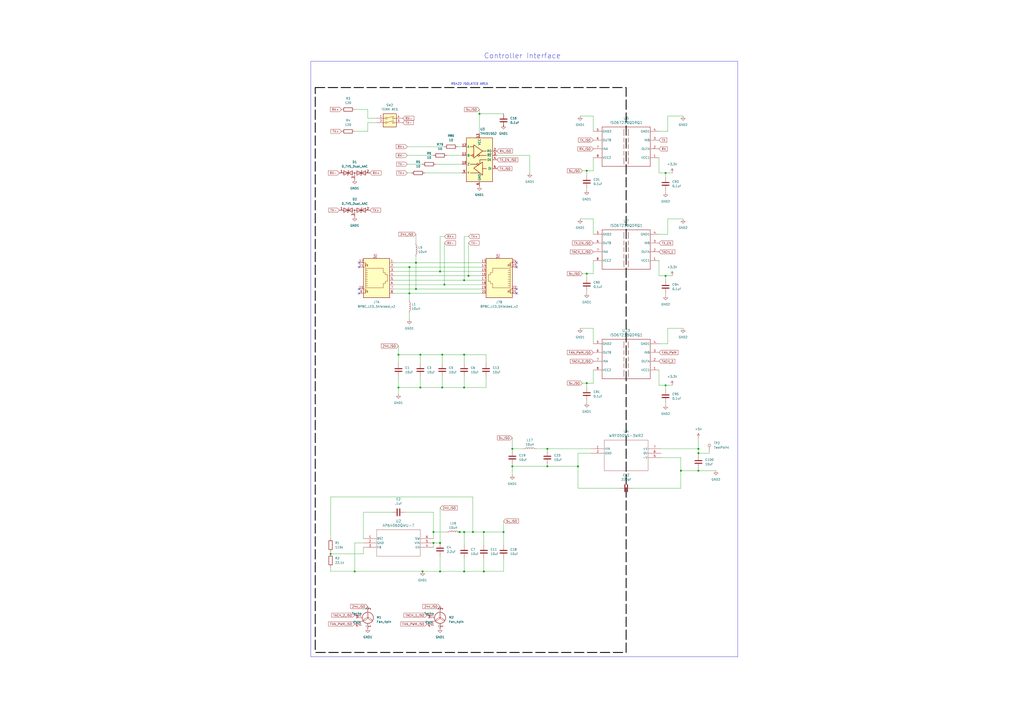
<source format=kicad_sch>
(kicad_sch (version 20231120) (generator "eeschema") (generator_version "8.0")
  (paper "A2")
  (lib_symbols
    (symbol "2023-05-31_00-34-52:ISO6721BQDRQ1" (pin_names (offset 0.254))
      (property "Reference" "U" (at 0 2.54 0))
      (property "Value" "ISO6721BQDRQ1" (at 0 0 0))
      (symbol "ISO6721BQDRQ1_0_1"
        (polyline (pts (xy 5.08 -17.78) (xy 33.02 -17.78)) (stroke (width 0.2032)))
        (polyline (pts (xy 5.08 5.08) (xy 5.08 -17.78)) (stroke (width 0.2032)))
        (polyline (pts (xy 17.78 -12.7) (xy 17.78 -16.51)) (stroke (width 0.2032)))
        (polyline (pts (xy 17.78 -8.89) (xy 17.78 -11.43)) (stroke (width 0.2032)))
        (polyline (pts (xy 17.78 -5.08) (xy 17.78 -7.62)) (stroke (width 0.2032)))
        (polyline (pts (xy 17.78 -1.27) (xy 17.78 -3.81)) (stroke (width 0.2032)))
        (polyline (pts (xy 17.78 3.81) (xy 17.78 0)) (stroke (width 0.2032)))
        (polyline (pts (xy 20.32 -12.7) (xy 20.32 -16.51)) (stroke (width 0.2032)))
        (polyline (pts (xy 20.32 -8.89) (xy 20.32 -11.43)) (stroke (width 0.2032)))
        (polyline (pts (xy 20.32 -5.08) (xy 20.32 -7.62)) (stroke (width 0.2032)))
        (polyline (pts (xy 20.32 -3.81) (xy 20.32 -1.27)) (stroke (width 0.2032)))
        (polyline (pts (xy 20.32 3.81) (xy 20.32 0)) (stroke (width 0.2032)))
        (polyline (pts (xy 33.02 -17.78) (xy 33.02 5.08)) (stroke (width 0.2032)))
        (polyline (pts (xy 33.02 5.08) (xy 5.08 5.08)) (stroke (width 0.2032)))
        (pin power_in line (at 0 0 0) (length 5.08) (name "VCC1") (number "1"))
        (pin output line (at 0 -5.08 0) (length 5.08) (name "OUTA") (number "2"))
        (pin input line (at 0 -10.16 0) (length 5.08) (name "INB") (number "3"))
        (pin power_in line (at 0 -15.24 0) (length 5.08) (name "GND1") (number "4"))
        (pin power_in line (at 38.1 -15.24 180) (length 5.08) (name "GND2") (number "5"))
        (pin output line (at 38.1 -10.16 180) (length 5.08) (name "OUTB") (number "6"))
        (pin input line (at 38.1 -5.08 180) (length 5.08) (name "INA") (number "7"))
        (pin power_in line (at 38.1 0 180) (length 5.08) (name "VCC2") (number "8"))
      )
    )
    (symbol "2023-05-31_19-45-09:AP64060QWU-7" (pin_names (offset 0.254))
      (property "Reference" "U" (at 20.32 10.16 0))
      (property "Value" "AP64060QWU-7" (at 20.32 7.62 0))
      (symbol "AP64060QWU-7_0_1"
        (polyline (pts (xy 7.62 -10.16) (xy 33.02 -10.16)) (stroke (width 0.127)))
        (polyline (pts (xy 7.62 5.08) (xy 7.62 -10.16)) (stroke (width 0.127)))
        (polyline (pts (xy 33.02 -10.16) (xy 33.02 5.08)) (stroke (width 0.127)))
        (polyline (pts (xy 33.02 5.08) (xy 7.62 5.08)) (stroke (width 0.127)))
        (pin unspecified line (at 0 0 0) (length 7.62) (name "BST") (number "1"))
        (pin power_out line (at 0 -2.54 0) (length 7.62) (name "GND") (number "2"))
        (pin unspecified line (at 0 -5.08 0) (length 7.62) (name "FB") (number "3"))
        (pin unspecified line (at 40.64 -5.08 180) (length 7.62) (name "EN") (number "4"))
        (pin unspecified line (at 40.64 -2.54 180) (length 7.62) (name "VIN") (number "5"))
        (pin unspecified line (at 40.64 0 180) (length 7.62) (name "SW") (number "6"))
      )
    )
    (symbol "Connector:8P8C_LED_Shielded_x2"
      (property "Reference" "J" (at -5.08 13.97 0))
      (property "Value" "8P8C_LED_Shielded_x2" (at 1.27 13.97 0))
      (symbol "8P8C_LED_Shielded_x2_0_1"
        (polyline (pts (xy -7.62 -7.62) (xy -6.35 -7.62)))
        (polyline (pts (xy -7.62 -5.08) (xy -6.35 -5.08)))
        (polyline (pts (xy -7.62 7.62) (xy -6.35 7.62)))
        (polyline (pts (xy -7.62 10.16) (xy -6.35 10.16)))
        (polyline (pts (xy -6.858 -5.842) (xy -5.842 -5.842)))
        (polyline (pts (xy -6.858 9.398) (xy -5.842 9.398)))
        (polyline (pts (xy -6.35 -7.62) (xy -6.35 -6.858)))
        (polyline (pts (xy -6.35 -5.08) (xy -6.35 -5.842)))
        (polyline (pts (xy -6.35 7.62) (xy -6.35 8.382)))
        (polyline (pts (xy -6.35 10.16) (xy -6.35 9.398)))
        (polyline (pts (xy -5.08 -6.223) (xy -5.207 -6.604)))
        (polyline (pts (xy -5.08 -5.588) (xy -5.207 -5.969)))
        (polyline (pts (xy -5.08 4.445) (xy -6.35 4.445)))
        (polyline (pts (xy -5.08 5.715) (xy -6.35 5.715)))
        (polyline (pts (xy -5.08 9.017) (xy -5.207 8.636)))
        (polyline (pts (xy -5.08 9.652) (xy -5.207 9.271)))
        (polyline (pts (xy -6.35 -3.175) (xy -5.08 -3.175) (xy -5.08 -3.175)))
        (polyline (pts (xy -6.35 -1.905) (xy -5.08 -1.905) (xy -5.08 -1.905)))
        (polyline (pts (xy -6.35 -0.635) (xy -5.08 -0.635) (xy -5.08 -0.635)))
        (polyline (pts (xy -6.35 0.635) (xy -5.08 0.635) (xy -5.08 0.635)))
        (polyline (pts (xy -6.35 1.905) (xy -5.08 1.905) (xy -5.08 1.905)))
        (polyline (pts (xy -5.588 -6.731) (xy -5.08 -6.223) (xy -5.461 -6.35)))
        (polyline (pts (xy -5.588 -6.096) (xy -5.08 -5.588) (xy -5.461 -5.715)))
        (polyline (pts (xy -5.588 8.509) (xy -5.08 9.017) (xy -5.461 8.89)))
        (polyline (pts (xy -5.588 9.144) (xy -5.08 9.652) (xy -5.461 9.525)))
        (polyline (pts (xy -5.08 3.175) (xy -6.35 3.175) (xy -6.35 3.175)))
        (polyline (pts (xy -6.35 -5.842) (xy -6.858 -6.858) (xy -5.842 -6.858) (xy -6.35 -5.842)))
        (polyline (pts (xy -6.35 9.398) (xy -6.858 8.382) (xy -5.842 8.382) (xy -6.35 9.398)))
        (polyline (pts (xy -6.35 -4.445) (xy -6.35 6.985) (xy 3.81 6.985) (xy 3.81 4.445) (xy 5.08 4.445) (xy 5.08 3.175) (xy 6.35 3.175) (xy 6.35 -0.635) (xy 5.08 -0.635) (xy 5.08 -1.905) (xy 3.81 -1.905) (xy 3.81 -4.445) (xy -6.35 -4.445) (xy -6.35 -4.445)))
        (rectangle (start 7.62 12.7) (end -7.62 -10.16) (stroke (width 0.254)) (fill (type background)))
      )
      (symbol "8P8C_LED_Shielded_x2_1_1"
        (pin passive line (at 10.16 -7.62 180) (length 2.54) (name "~") (number "1"))
        (pin passive line (at -10.16 7.62 0) (length 2.54) (name "~") (number "10"))
        (pin passive line (at -10.16 -5.08 0) (length 2.54) (name "~") (number "11"))
        (pin passive line (at -10.16 -7.62 0) (length 2.54) (name "~") (number "12"))
        (pin passive line (at 10.16 -5.08 180) (length 2.54) (name "~") (number "2"))
        (pin passive line (at 10.16 -2.54 180) (length 2.54) (name "~") (number "3"))
        (pin passive line (at 10.16 0 180) (length 2.54) (name "~") (number "4"))
        (pin passive line (at 10.16 2.54 180) (length 2.54) (name "~") (number "5"))
        (pin passive line (at 10.16 5.08 180) (length 2.54) (name "~") (number "6"))
        (pin passive line (at 10.16 7.62 180) (length 2.54) (name "~") (number "7"))
        (pin passive line (at 10.16 10.16 180) (length 2.54) (name "~") (number "8"))
        (pin passive line (at -10.16 10.16 0) (length 2.54) (name "~") (number "9"))
        (pin passive line (at 0 -12.7 90) (length 2.54) (name "~") (number "SH"))
      )
      (symbol "8P8C_LED_Shielded_x2_2_1"
        (pin passive line (at 10.16 -7.62 180) (length 2.54) (name "~") (number "13"))
        (pin passive line (at 10.16 -5.08 180) (length 2.54) (name "~") (number "14"))
        (pin passive line (at 10.16 -2.54 180) (length 2.54) (name "~") (number "15"))
        (pin passive line (at 10.16 0 180) (length 2.54) (name "~") (number "16"))
        (pin passive line (at 10.16 2.54 180) (length 2.54) (name "~") (number "17"))
        (pin passive line (at 10.16 5.08 180) (length 2.54) (name "~") (number "18"))
        (pin passive line (at 10.16 7.62 180) (length 2.54) (name "~") (number "19"))
        (pin passive line (at 10.16 10.16 180) (length 2.54) (name "~") (number "20"))
        (pin passive line (at -10.16 10.16 0) (length 2.54) (name "~") (number "21"))
        (pin passive line (at -10.16 7.62 0) (length 2.54) (name "~") (number "22"))
        (pin passive line (at -10.16 -5.08 0) (length 2.54) (name "~") (number "23"))
        (pin passive line (at -10.16 -7.62 0) (length 2.54) (name "~") (number "24"))
        (pin passive line (at 0 -12.7 90) (length 2.54) (name "~") (number "SH"))
      )
    )
    (symbol "Connector:TestPoint" (pin_numbers hide) (pin_names (offset 0.762) hide)
      (property "Reference" "TP" (at 0 6.858 0))
      (property "Value" "TestPoint" (at 0 5.08 0))
      (symbol "TestPoint_0_1"
        (circle (center 0 3.302) (radius 0.762))
      )
      (symbol "TestPoint_1_1"
        (pin passive line (at 0 0 90) (length 2.54) (name "1") (number "1"))
      )
    )
    (symbol "Device:C" (pin_numbers hide) (pin_names (offset 0.254))
      (property "Reference" "C" (at 0.635 2.54 0))
      (property "Value" "C" (at 0.635 -2.54 0))
      (symbol "C_0_1"
        (polyline (pts (xy -2.032 -0.762) (xy 2.032 -0.762)) (stroke (width 0.508)))
        (polyline (pts (xy -2.032 0.762) (xy 2.032 0.762)) (stroke (width 0.508)))
      )
      (symbol "C_1_1"
        (pin passive line (at 0 3.81 270) (length 2.794) (name "~") (number "1"))
        (pin passive line (at 0 -3.81 90) (length 2.794) (name "~") (number "2"))
      )
    )
    (symbol "Device:D_TVS_Dual_AAC" (pin_names (offset 1.016) hide)
      (property "Reference" "D" (at 0 4.445 0))
      (property "Value" "D_TVS_Dual_AAC" (at 0 2.54 0))
      (symbol "D_TVS_Dual_AAC_0_0"
        (polyline (pts (xy 0 -1.27) (xy 0 0)))
      )
      (symbol "D_TVS_Dual_AAC_0_1"
        (polyline (pts (xy -6.35 0) (xy 6.35 0)))
        (polyline (pts (xy -3.302 1.27) (xy -3.81 1.27) (xy -3.81 -1.27) (xy -4.318 -1.27)) (stroke (width 0.254)))
        (polyline (pts (xy 4.318 1.27) (xy 3.81 1.27) (xy 3.81 -1.27) (xy 3.302 -1.27)) (stroke (width 0.254)))
        (polyline (pts (xy -6.35 1.27) (xy -1.27 -1.27) (xy -1.27 1.27) (xy -6.35 -1.27) (xy -6.35 1.27)) (stroke (width 0.254)))
        (polyline (pts (xy 6.35 1.27) (xy 1.27 -1.27) (xy 1.27 1.27) (xy 6.35 -1.27) (xy 6.35 1.27)) (stroke (width 0.254)))
        (circle (center 0 0) (radius 0.254) (fill (type outline)))
      )
      (symbol "D_TVS_Dual_AAC_1_1"
        (pin passive line (at -8.89 0 0) (length 2.54) (name "A1") (number "1"))
        (pin passive line (at 8.89 0 180) (length 2.54) (name "A2") (number "2"))
        (pin input line (at 0 -3.81 90) (length 2.54) (name "common") (number "3"))
      )
    )
    (symbol "Device:L" (pin_numbers hide) (pin_names (offset 1.016) hide)
      (property "Reference" "L" (at -1.27 0 90))
      (property "Value" "L" (at 1.905 0 90))
      (symbol "L_0_1"
        (arc (start 0 -2.54) (mid 0.6323 -1.905) (end 0 -1.27))
        (arc (start 0 -1.27) (mid 0.6323 -0.635) (end 0 0))
        (arc (start 0 0) (mid 0.6323 0.635) (end 0 1.27))
        (arc (start 0 1.27) (mid 0.6323 1.905) (end 0 2.54))
      )
      (symbol "L_1_1"
        (pin passive line (at 0 3.81 270) (length 1.27) (name "1") (number "1"))
        (pin passive line (at 0 -3.81 90) (length 1.27) (name "2") (number "2"))
      )
    )
    (symbol "Device:R" (pin_numbers hide) (pin_names (offset 0))
      (property "Reference" "R" (at 2.032 0 90))
      (property "Value" "R" (at 0 0 90))
      (symbol "R_0_1"
        (rectangle (start -1.016 -2.54) (end 1.016 2.54) (stroke (width 0.254)))
      )
      (symbol "R_1_1"
        (pin passive line (at 0 3.81 270) (length 1.27) (name "~") (number "1"))
        (pin passive line (at 0 -3.81 90) (length 1.27) (name "~") (number "2"))
      )
    )
    (symbol "F0505S DC-DC:F0505S" (pin_names (offset 0.254))
      (property "Reference" "U7" (at 20.32 10.16 0))
      (property "Value" "WRF0505S-3WR2" (at 20.32 7.62 0))
      (symbol "F0505S_0_1"
        (polyline (pts (xy 7.62 -12.7) (xy 33.02 -12.7)) (stroke (width 0.127)))
        (polyline (pts (xy 7.62 5.08) (xy 7.62 -12.7)) (stroke (width 0.127)))
        (polyline (pts (xy 33.02 -12.7) (xy 33.02 5.08)) (stroke (width 0.127)))
        (polyline (pts (xy 33.02 5.08) (xy 7.62 5.08)) (stroke (width 0.127)))
      )
      (symbol "F0505S_1_1"
        (pin power_in line (at 0 0 0) (length 7.62) (name "VIN") (number "1"))
        (pin power_in line (at 0 -2.54 0) (length 7.62) (name "GND") (number "2"))
        (pin power_out line (at 40.64 -5.08 180) (length 7.62) (name "-V") (number "5"))
        (pin power_out line (at 40.64 -2.54 180) (length 7.62) (name "0V") (number "6"))
        (pin power_out line (at 40.64 0 180) (length 7.62) (name "+V") (number "7"))
      )
    )
    (symbol "Interface_UART:ADM1491EBR"
      (property "Reference" "U" (at -7.62 16.51 0))
      (property "Value" "ADM1491EBR" (at -11.43 -13.97 0))
      (symbol "ADM1491EBR_0_1"
        (rectangle (start -7.62 12.7) (end 7.62 -12.7) (stroke (width 0.254)) (fill (type background)))
        (polyline (pts (xy -4.064 2.54) (xy 0 2.54)) (stroke (width 0.254)))
        (polyline (pts (xy -1.778 -5.08) (xy -4.064 -5.08)) (stroke (width 0.254)))
        (polyline (pts (xy -1.778 5.08) (xy -4.064 5.08)) (stroke (width 0.254)))
        (polyline (pts (xy 0 -7.62) (xy 5.334 -7.62)) (stroke (width 0.254)))
        (polyline (pts (xy 1.524 -2.54) (xy 5.334 -2.54)) (stroke (width 0.254)))
        (polyline (pts (xy 3.302 7.62) (xy 5.334 7.62)) (stroke (width 0.254)))
        (polyline (pts (xy 4.318 2.54) (xy 5.334 2.54)) (stroke (width 0.254)))
        (polyline (pts (xy -4.064 0) (xy -0.254 0) (xy -0.254 -2.286)) (stroke (width 0.254)))
        (polyline (pts (xy -1.778 -5.08) (xy -1.778 -1.27) (xy 3.302 -4.826) (xy -1.778 -8.89) (xy -1.778 -5.08)) (stroke (width 0.254)))
        (circle (center 1.016 -2.54) (radius 0.508) (stroke (width 0.254)))
      )
      (symbol "ADM1491EBR_1_1"
        (polyline (pts (xy 3.302 4.826) (xy 3.302 8.636) (xy -1.778 5.08) (xy 3.302 1.016) (xy 3.302 4.826)) (stroke (width 0.254)))
        (circle (center 0.508 2.54) (radius 0.508) (stroke (width 0.254)))
        (circle (center 3.81 2.54) (radius 0.508) (stroke (width 0.254)))
        (pin no_connect line (at -7.62 -10.16 0) (length 2.54) hide (name "NC") (number "1"))
        (pin output line (at 10.16 -2.54 180) (length 2.54) (name "Z") (number "10"))
        (pin input line (at 10.16 2.54 180) (length 2.54) (name "B") (number "11"))
        (pin input line (at 10.16 7.62 180) (length 2.54) (name "A") (number "12"))
        (pin power_in line (at 0 15.24 270) (length 2.54) (name "VCC") (number "13"))
        (pin passive line (at 0 15.24 270) (length 2.54) hide (name "VCC") (number "14"))
        (pin output line (at -10.16 5.08 0) (length 2.54) (name "RO") (number "2"))
        (pin input line (at -10.16 2.54 0) (length 2.54) (name "~{RE}") (number "3"))
        (pin input line (at -10.16 0 0) (length 2.54) (name "DE") (number "4"))
        (pin input line (at -10.16 -5.08 0) (length 2.54) (name "DI") (number "5"))
        (pin power_in line (at 0 -15.24 90) (length 2.54) (name "GND") (number "6"))
        (pin passive line (at 0 -15.24 90) (length 2.54) hide (name "GND") (number "7"))
        (pin no_connect line (at -7.62 -7.62 0) (length 2.54) hide (name "NC") (number "8"))
        (pin output line (at 10.16 -7.62 180) (length 2.54) (name "Y") (number "9"))
      )
    )
    (symbol "Motor:Fan_4pin" (pin_names (offset 0))
      (property "Reference" "M" (at 2.54 5.08 0))
      (property "Value" "Fan_4pin" (at 2.54 -2.54 0))
      (symbol "Fan_4pin_0_0"
        (arc (start -5.588 1.524) (mid -5.08 1.0182) (end -4.572 1.524))
        (arc (start -5.08 2.032) (mid -5.4392 1.8832) (end -5.588 1.524))
        (polyline (pts (xy -5.08 2.032) (xy -5.334 2.159)))
        (polyline (pts (xy -5.08 2.032) (xy -5.207 1.778)))
        (polyline (pts (xy -4.064 2.54) (xy -4.064 1.016) (xy -3.302 1.016)))
      )
      (symbol "Fan_4pin_0_1"
        (arc (start -2.54 -0.508) (mid 0.0028 0.9121) (end 0 3.81))
        (polyline (pts (xy -4.064 2.54) (xy -5.08 2.54)))
        (polyline (pts (xy 0 -5.08) (xy 0 -4.572)))
        (polyline (pts (xy 0 -2.2352) (xy 0 -2.6416)))
        (polyline (pts (xy 0 4.2672) (xy 0 4.6228)))
        (polyline (pts (xy 0 4.572) (xy 0 5.08)))
        (polyline (pts (xy -2.54 -1.016) (xy -4.064 -1.016) (xy -4.064 -2.54) (xy -5.08 -2.54)))
        (polyline (pts (xy -5.334 -3.302) (xy -5.08 -3.302) (xy -5.08 -3.048) (xy -4.826 -3.048) (xy -4.826 -3.302) (xy -4.318 -3.302) (xy -4.318 -3.048) (xy -4.064 -3.048) (xy -4.064 -3.302) (xy -3.556 -3.302)))
        (circle (center 0 1.016) (radius 3.2512) (stroke (width 0.254)))
        (arc (start 0 3.81) (mid 0.053 0.921) (end 2.54 -0.508))
        (arc (start 2.54 -0.508) (mid 0 1.0618) (end -2.54 -0.508))
      )
      (symbol "Fan_4pin_1_1"
        (pin passive line (at 0 -5.08 90) (length 2.54) (name "-") (number "1"))
        (pin passive line (at 0 7.62 270) (length 2.54) (name "+") (number "2"))
        (pin passive line (at -7.62 2.54 0) (length 2.54) (name "Tacho") (number "3"))
        (pin input line (at -7.62 -2.54 0) (length 2.54) (name "PWM") (number "4"))
      )
    )
    (symbol "Switch:SW_DIP_x02" (pin_names (offset 0) hide)
      (property "Reference" "SW" (at 0 6.35 0))
      (property "Value" "SW_DIP_x02" (at 0 -3.81 0))
      (symbol "SW_DIP_x02_0_0"
        (circle (center -2.032 0) (radius 0.508))
        (circle (center -2.032 2.54) (radius 0.508))
        (polyline (pts (xy -1.524 0.127) (xy 2.3622 1.1684)))
        (polyline (pts (xy -1.524 2.667) (xy 2.3622 3.7084)))
        (circle (center 2.032 0) (radius 0.508))
        (circle (center 2.032 2.54) (radius 0.508))
      )
      (symbol "SW_DIP_x02_0_1"
        (rectangle (start -3.81 5.08) (end 3.81 -2.54) (stroke (width 0.254)) (fill (type background)))
      )
      (symbol "SW_DIP_x02_1_1"
        (pin passive line (at -7.62 2.54 0) (length 5.08) (name "~") (number "1"))
        (pin passive line (at -7.62 0 0) (length 5.08) (name "~") (number "2"))
        (pin passive line (at 7.62 0 180) (length 5.08) (name "~") (number "3"))
        (pin passive line (at 7.62 2.54 180) (length 5.08) (name "~") (number "4"))
      )
    )
    (symbol "power:+3.3V" (power) (pin_names (offset 0))
      (property "Value" "+3.3V" (at 0 3.556 0))
      (symbol "+3.3V_0_1"
        (polyline (pts (xy -0.762 1.27) (xy 0 2.54)))
        (polyline (pts (xy 0 0) (xy 0 2.54)))
        (polyline (pts (xy 0 2.54) (xy 0.762 1.27)))
      )
      (symbol "+3.3V_1_1"
        (pin power_in line (at 0 0 90) (length 0) hide (name "+3.3V") (number "1"))
      )
    )
    (symbol "power:+5V" (power) (pin_names (offset 0))
      (property "Value" "+5V" (at 0 3.556 0))
      (symbol "+5V_0_1"
        (polyline (pts (xy -0.762 1.27) (xy 0 2.54)))
        (polyline (pts (xy 0 0) (xy 0 2.54)))
        (polyline (pts (xy 0 2.54) (xy 0.762 1.27)))
      )
      (symbol "+5V_1_1"
        (pin power_in line (at 0 0 90) (length 0) hide (name "+5V") (number "1"))
      )
    )
    (symbol "power:GND1" (power) (pin_names (offset 0))
      (property "Value" "GND1" (at 0 -3.81 0))
      (symbol "GND1_0_1"
        (polyline (pts (xy 0 0) (xy 0 -1.27) (xy 1.27 -1.27) (xy 0 -2.54) (xy -1.27 -1.27) (xy 0 -1.27)))
      )
      (symbol "GND1_1_1"
        (pin power_in line (at 0 0 270) (length 0) hide (name "GND1") (number "1"))
      )
    )
    (symbol "power:GND2" (power) (pin_names (offset 0))
      (property "Value" "GND2" (at 0 -3.81 0))
      (symbol "GND2_0_1"
        (polyline (pts (xy 0 0) (xy 0 -1.27) (xy 1.27 -1.27) (xy 0 -2.54) (xy -1.27 -1.27) (xy 0 -1.27)))
      )
      (symbol "GND2_1_1"
        (pin power_in line (at 0 0 270) (length 0) hide (name "GND2") (number "1"))
      )
    )
  )
  (junction (at 231.14 224.79))
  (junction (at 335.28 270.51))
  (junction (at 256.54 205.74))
  (junction (at 269.24 308.61))
  (junction (at 386.08 160.02))
  (junction (at 405.13 273.05))
  (junction (at 257.81 165.1))
  (junction (at 255.27 314.96))
  (junction (at 405.13 262.89))
  (junction (at 237.49 170.18))
  (junction (at 241.3 167.64))
  (junction (at 405.13 260.35))
  (junction (at 297.18 270.51))
  (junction (at 271.78 160.02))
  (junction (at 317.5 270.51))
  (junction (at 251.46 308.61))
  (junction (at 269.24 162.56))
  (junction (at 266.7 308.61))
  (junction (at 255.27 331.47))
  (junction (at 292.1 308.61))
  (junction (at 269.24 224.79))
  (junction (at 274.32 308.61))
  (junction (at 280.67 331.47))
  (junction (at 340.36 222.25))
  (junction (at 386.08 100.33))
  (junction (at 256.54 224.79))
  (junction (at 231.14 205.74))
  (junction (at 394.97 273.05))
  (junction (at 269.24 205.74))
  (junction (at 317.5 260.35))
  (junction (at 340.36 99.06))
  (junction (at 251.46 314.96))
  (junction (at 241.3 152.4))
  (junction (at 386.08 223.52))
  (junction (at 245.11 331.47))
  (junction (at 243.84 205.74))
  (junction (at 340.36 158.75))
  (junction (at 255.27 157.48))
  (junction (at 269.24 331.47))
  (junction (at 237.49 154.94))
  (junction (at 280.67 308.61))
  (junction (at 191.77 321.31))
  (junction (at 297.18 260.35))
  (junction (at 278.13 66.04))
  (junction (at 243.84 224.79))
  (junction (at 205.74 331.47))
  (no_connect (at 208.28 152.4))
  (no_connect (at 299.72 152.4))
  (no_connect (at 299.72 167.64))
  (no_connect (at 208.28 170.18))
  (no_connect (at 299.72 154.94))
  (no_connect (at 299.72 170.18))
  (no_connect (at 208.28 154.94))
  (no_connect (at 208.28 167.64))
  (wire (pts (xy 386.08 110.49) (xy 386.08 111.76)))
  (wire (pts (xy 394.97 283.21) (xy 394.97 273.05)))
  (wire (pts (xy 274.32 288.29) (xy 274.32 308.61)))
  (wire (pts (xy 389.89 100.33) (xy 386.08 100.33)))
  (wire (pts (xy 280.67 308.61) (xy 280.67 316.23)))
  (wire (pts (xy 387.35 76.2) (xy 387.35 67.31)))
  (wire (pts (xy 317.5 260.35) (xy 342.9 260.35)))
  (wire (pts (xy 237.49 170.18) (xy 237.49 173.99)))
  (wire (pts (xy 267.97 85.09) (xy 265.43 85.09)))
  (wire (pts (xy 231.14 218.44) (xy 231.14 224.79)))
  (wire (pts (xy 386.08 233.68) (xy 386.08 234.95)))
  (wire (pts (xy 241.3 148.59) (xy 241.3 152.4)))
  (wire (pts (xy 267.97 95.25) (xy 252.73 95.25)))
  (wire (pts (xy 292.1 72.39) (xy 292.1 73.66)))
  (wire (pts (xy 205.74 63.5) (xy 213.36 63.5)))
  (wire (pts (xy 383.54 260.35) (xy 405.13 260.35)))
  (wire (pts (xy 251.46 297.18) (xy 234.95 297.18)))
  (wire (pts (xy 297.18 270.51) (xy 317.5 270.51)))
  (wire (pts (xy 382.27 223.52) (xy 382.27 214.63)))
  (wire (pts (xy 344.17 222.25) (xy 340.36 222.25)))
  (wire (pts (xy 405.13 262.89) (xy 405.13 264.16)))
  (wire (pts (xy 231.14 228.6) (xy 231.14 224.79)))
  (wire (pts (xy 344.17 127) (xy 344.17 135.89)))
  (wire (pts (xy 255.27 322.58) (xy 255.27 331.47)))
  (wire (pts (xy 292.1 302.26) (xy 292.1 308.61)))
  (wire (pts (xy 344.17 99.06) (xy 340.36 99.06)))
  (wire (pts (xy 228.6 157.48) (xy 255.27 157.48)))
  (wire (pts (xy 386.08 160.02) (xy 382.27 160.02)))
  (wire (pts (xy 243.84 218.44) (xy 243.84 224.79)))
  (wire (pts (xy 340.36 168.91) (xy 340.36 170.18)))
  (wire (pts (xy 411.48 262.89) (xy 405.13 262.89)))
  (wire (pts (xy 297.18 260.35) (xy 303.53 260.35)))
  (wire (pts (xy 228.6 154.94) (xy 237.49 154.94)))
  (wire (pts (xy 231.14 210.82) (xy 231.14 205.74)))
  (wire (pts (xy 205.74 314.96) (xy 205.74 331.47)))
  (wire (pts (xy 243.84 205.74) (xy 243.84 210.82)))
  (wire (pts (xy 307.34 100.33) (xy 307.34 90.17)))
  (wire (pts (xy 387.35 190.5) (xy 396.24 190.5)))
  (wire (pts (xy 191.77 331.47) (xy 205.74 331.47)))
  (wire (pts (xy 386.08 100.33) (xy 386.08 102.87)))
  (wire (pts (xy 236.22 95.25) (xy 245.11 95.25)))
  (wire (pts (xy 205.74 76.2) (xy 213.36 76.2)))
  (wire (pts (xy 191.77 312.42) (xy 191.77 288.29)))
  (wire (pts (xy 269.24 224.79) (xy 256.54 224.79)))
  (wire (pts (xy 213.36 71.12) (xy 218.44 71.12)))
  (wire (pts (xy 382.27 76.2) (xy 387.35 76.2)))
  (wire (pts (xy 256.54 205.74) (xy 256.54 210.82)))
  (wire (pts (xy 271.78 140.97) (xy 271.78 160.02)))
  (wire (pts (xy 411.48 261.62) (xy 411.48 262.89)))
  (wire (pts (xy 335.28 262.89) (xy 335.28 270.51)))
  (wire (pts (xy 269.24 308.61) (xy 269.24 316.23)))
  (wire (pts (xy 359.41 283.21) (xy 335.28 283.21)))
  (wire (pts (xy 269.24 205.74) (xy 269.24 210.82)))
  (wire (pts (xy 256.54 224.79) (xy 256.54 218.44)))
  (wire (pts (xy 307.34 90.17) (xy 288.29 90.17)))
  (wire (pts (xy 340.36 222.25) (xy 337.82 222.25)))
  (wire (pts (xy 382.27 160.02) (xy 382.27 151.13)))
  (wire (pts (xy 241.3 152.4) (xy 241.3 167.64)))
  (wire (pts (xy 405.13 254) (xy 405.13 260.35)))
  (wire (pts (xy 281.94 210.82) (xy 281.94 205.74)))
  (wire (pts (xy 251.46 308.61) (xy 251.46 297.18)))
  (wire (pts (xy 394.97 265.43) (xy 394.97 273.05)))
  (wire (pts (xy 191.77 320.04) (xy 191.77 321.31)))
  (wire (pts (xy 297.18 275.59) (xy 297.18 270.51)))
  (wire (pts (xy 205.74 331.47) (xy 245.11 331.47)))
  (wire (pts (xy 257.81 140.97) (xy 257.81 165.1)))
  (wire (pts (xy 274.32 308.61) (xy 280.67 308.61)))
  (wire (pts (xy 191.77 288.29) (xy 274.32 288.29)))
  (wire (pts (xy 243.84 224.79) (xy 256.54 224.79)))
  (wire (pts (xy 265.43 308.61) (xy 266.7 308.61)))
  (wire (pts (xy 387.35 199.39) (xy 387.35 190.5)))
  (wire (pts (xy 269.24 205.74) (xy 256.54 205.74)))
  (wire (pts (xy 336.55 190.5) (xy 344.17 190.5)))
  (wire (pts (xy 405.13 273.05) (xy 415.29 273.05)))
  (wire (pts (xy 344.17 158.75) (xy 340.36 158.75)))
  (wire (pts (xy 237.49 154.94) (xy 279.4 154.94)))
  (wire (pts (xy 387.35 127) (xy 396.24 127)))
  (wire (pts (xy 292.1 308.61) (xy 280.67 308.61)))
  (wire (pts (xy 336.55 67.31) (xy 344.17 67.31)))
  (wire (pts (xy 251.46 308.61) (xy 259.08 308.61)))
  (wire (pts (xy 269.24 137.16) (xy 269.24 162.56)))
  (wire (pts (xy 269.24 162.56) (xy 279.4 162.56)))
  (wire (pts (xy 386.08 223.52) (xy 382.27 223.52)))
  (wire (pts (xy 231.14 200.66) (xy 231.14 205.74)))
  (wire (pts (xy 257.81 165.1) (xy 279.4 165.1)))
  (wire (pts (xy 292.1 323.85) (xy 292.1 331.47)))
  (wire (pts (xy 387.35 135.89) (xy 387.35 127)))
  (wire (pts (xy 340.36 99.06) (xy 337.82 99.06)))
  (wire (pts (xy 317.5 270.51) (xy 335.28 270.51)))
  (wire (pts (xy 271.78 137.16) (xy 269.24 137.16)))
  (wire (pts (xy 269.24 308.61) (xy 274.32 308.61)))
  (wire (pts (xy 317.5 269.24) (xy 317.5 270.51)))
  (wire (pts (xy 228.6 162.56) (xy 269.24 162.56)))
  (wire (pts (xy 255.27 294.64) (xy 255.27 314.96)))
  (wire (pts (xy 228.6 170.18) (xy 237.49 170.18)))
  (wire (pts (xy 228.6 165.1) (xy 257.81 165.1)))
  (wire (pts (xy 405.13 271.78) (xy 405.13 273.05)))
  (wire (pts (xy 311.15 260.35) (xy 317.5 260.35)))
  (wire (pts (xy 228.6 167.64) (xy 241.3 167.64)))
  (wire (pts (xy 340.36 222.25) (xy 340.36 224.79)))
  (wire (pts (xy 281.94 218.44) (xy 281.94 224.79)))
  (wire (pts (xy 237.49 170.18) (xy 279.4 170.18)))
  (wire (pts (xy 382.27 199.39) (xy 387.35 199.39)))
  (wire (pts (xy 389.89 223.52) (xy 386.08 223.52)))
  (wire (pts (xy 228.6 152.4) (xy 241.3 152.4)))
  (wire (pts (xy 386.08 100.33) (xy 382.27 100.33)))
  (wire (pts (xy 269.24 218.44) (xy 269.24 224.79)))
  (wire (pts (xy 243.84 205.74) (xy 256.54 205.74)))
  (wire (pts (xy 267.97 100.33) (xy 246.38 100.33)))
  (wire (pts (xy 340.36 109.22) (xy 340.36 110.49)))
  (wire (pts (xy 210.82 317.5) (xy 210.82 321.31)))
  (wire (pts (xy 257.81 137.16) (xy 255.27 137.16)))
  (wire (pts (xy 213.36 76.2) (xy 213.36 71.12)))
  (wire (pts (xy 386.08 223.52) (xy 386.08 226.06)))
  (wire (pts (xy 210.82 312.42) (xy 210.82 297.18)))
  (wire (pts (xy 213.36 63.5) (xy 213.36 68.58)))
  (wire (pts (xy 340.36 99.06) (xy 340.36 101.6)))
  (wire (pts (xy 297.18 260.35) (xy 297.18 261.62)))
  (wire (pts (xy 278.13 63.5) (xy 278.13 66.04)))
  (wire (pts (xy 191.77 328.93) (xy 191.77 331.47)))
  (wire (pts (xy 335.28 262.89) (xy 342.9 262.89)))
  (wire (pts (xy 271.78 160.02) (xy 279.4 160.02)))
  (wire (pts (xy 335.28 283.21) (xy 335.28 270.51)))
  (wire (pts (xy 297.18 269.24) (xy 297.18 270.51)))
  (wire (pts (xy 344.17 151.13) (xy 344.17 158.75)))
  (wire (pts (xy 269.24 323.85) (xy 269.24 331.47)))
  (wire (pts (xy 231.14 205.74) (xy 243.84 205.74)))
  (wire (pts (xy 292.1 66.04) (xy 278.13 66.04)))
  (wire (pts (xy 251.46 314.96) (xy 255.27 314.96)))
  (wire (pts (xy 344.17 214.63) (xy 344.17 222.25)))
  (wire (pts (xy 251.46 312.42) (xy 251.46 308.61)))
  (wire (pts (xy 255.27 331.47) (xy 269.24 331.47)))
  (wire (pts (xy 382.27 100.33) (xy 382.27 91.44)))
  (wire (pts (xy 267.97 90.17) (xy 259.08 90.17)))
  (wire (pts (xy 210.82 321.31) (xy 191.77 321.31)))
  (wire (pts (xy 344.17 91.44) (xy 344.17 99.06)))
  (wire (pts (xy 236.22 100.33) (xy 238.76 100.33)))
  (wire (pts (xy 241.3 152.4) (xy 279.4 152.4)))
  (wire (pts (xy 386.08 160.02) (xy 386.08 162.56)))
  (wire (pts (xy 297.18 260.35) (xy 297.18 254)))
  (wire (pts (xy 280.67 323.85) (xy 280.67 331.47)))
  (wire (pts (xy 317.5 260.35) (xy 317.5 261.62)))
  (wire (pts (xy 210.82 297.18) (xy 227.33 297.18)))
  (wire (pts (xy 387.35 67.31) (xy 396.24 67.31)))
  (wire (pts (xy 237.49 154.94) (xy 237.49 170.18)))
  (wire (pts (xy 382.27 135.89) (xy 387.35 135.89)))
  (wire (pts (xy 389.89 160.02) (xy 386.08 160.02)))
  (wire (pts (xy 394.97 265.43) (xy 383.54 265.43)))
  (wire (pts (xy 281.94 224.79) (xy 269.24 224.79)))
  (wire (pts (xy 231.14 224.79) (xy 243.84 224.79)))
  (wire (pts (xy 251.46 314.96) (xy 251.46 317.5)))
  (wire (pts (xy 241.3 167.64) (xy 279.4 167.64)))
  (wire (pts (xy 344.17 67.31) (xy 344.17 76.2)))
  (wire (pts (xy 336.55 127) (xy 344.17 127)))
  (wire (pts (xy 236.22 85.09) (xy 257.81 85.09)))
  (wire (pts (xy 269.24 331.47) (xy 280.67 331.47)))
  (wire (pts (xy 292.1 308.61) (xy 292.1 316.23)))
  (wire (pts (xy 213.36 68.58) (xy 218.44 68.58)))
  (wire (pts (xy 228.6 160.02) (xy 271.78 160.02)))
  (wire (pts (xy 386.08 170.18) (xy 386.08 171.45)))
  (wire (pts (xy 292.1 331.47) (xy 280.67 331.47)))
  (wire (pts (xy 344.17 190.5) (xy 344.17 199.39)))
  (wire (pts (xy 245.11 331.47) (xy 255.27 331.47)))
  (wire (pts (xy 237.49 181.61) (xy 237.49 185.42)))
  (wire (pts (xy 255.27 137.16) (xy 255.27 157.48)))
  (wire (pts (xy 281.94 205.74) (xy 269.24 205.74)))
  (wire (pts (xy 405.13 260.35) (xy 405.13 262.89)))
  (wire (pts (xy 266.7 308.61) (xy 269.24 308.61)))
  (wire (pts (xy 340.36 158.75) (xy 340.36 161.29)))
  (wire (pts (xy 255.27 157.48) (xy 279.4 157.48)))
  (wire (pts (xy 367.03 283.21) (xy 394.97 283.21)))
  (wire (pts (xy 241.3 135.89) (xy 241.3 140.97)))
  (wire (pts (xy 278.13 66.04) (xy 278.13 77.47)))
  (wire (pts (xy 236.22 90.17) (xy 251.46 90.17)))
  (wire (pts (xy 340.36 232.41) (xy 340.36 233.68)))
  (wire (pts (xy 394.97 273.05) (xy 405.13 273.05)))
  (wire (pts (xy 210.82 314.96) (xy 205.74 314.96)))
  (wire (pts (xy 340.36 158.75) (xy 337.82 158.75)))
  (rectangle (start 182.88 50.8) (end 363.22 378.46) (stroke (width 0.5) (type dash) (color 0 0 0 0.14)))
  (rectangle (start 180.34 35.56) (end 427.99 381))
  (text "RS422 ISOLATED AREA" (at 261.62 49.53 0) (effects (font (size 1.27 1.27)) (justify left bottom)))
  (text "Controller Interface" (at 280.67 34.29 0) (effects (font (size 3 3)) (justify left bottom)))
  (global_label "5v_ISO" (shape input) (at 278.13 63.5 180) (property "Intersheetrefs" "${INTERSHEET_REFS}" (effects (hide yes))))
  (global_label "5v_ISO" (shape input) (at 337.82 158.75 180) (property "Intersheetrefs" "${INTERSHEET_REFS}" (effects (hide yes))))
  (global_label "TX+" (shape input) (at 236.22 100.33 180) (property "Intersheetrefs" "${INTERSHEET_REFS}" (effects (hide yes))))
  (global_label "TX-" (shape input) (at 196.85 121.92 180) (property "Intersheetrefs" "${INTERSHEET_REFS}" (effects (hide yes))))
  (global_label "RX-" (shape input) (at 236.22 90.17 180) (property "Intersheetrefs" "${INTERSHEET_REFS}" (effects (hide yes))))
  (global_label "24V_ISO" (shape input) (at 255.27 351.79 180) (property "Intersheetrefs" "${INTERSHEET_REFS}" (effects (hide yes))))
  (global_label "TX_ISO" (shape input) (at 344.17 81.28 180) (property "Intersheetrefs" "${INTERSHEET_REFS}" (effects (hide yes))))
  (global_label "RX+" (shape input) (at 214.63 100.33 0) (property "Intersheetrefs" "${INTERSHEET_REFS}" (effects (hide yes))))
  (global_label "TACH_2_ISO" (shape input) (at 205.74 356.87 180) (property "Intersheetrefs" "${INTERSHEET_REFS}" (effects (hide yes))))
  (global_label "RX-" (shape input) (at 257.81 140.97 0) (property "Intersheetrefs" "${INTERSHEET_REFS}" (effects (hide yes))))
  (global_label "TX_EN_ISO" (shape input) (at 344.17 140.97 180) (property "Intersheetrefs" "${INTERSHEET_REFS}" (effects (hide yes))))
  (global_label "24V_ISO" (shape input) (at 255.27 294.64 0) (property "Intersheetrefs" "${INTERSHEET_REFS}" (effects (hide yes))))
  (global_label "5v_ISO" (shape input) (at 337.82 222.25 180) (property "Intersheetrefs" "${INTERSHEET_REFS}" (effects (hide yes))))
  (global_label "24V_ISO" (shape input) (at 213.36 351.79 180) (property "Intersheetrefs" "${INTERSHEET_REFS}" (effects (hide yes))))
  (global_label "FAN_PWM_ISO" (shape input) (at 205.74 361.95 180) (property "Intersheetrefs" "${INTERSHEET_REFS}" (effects (hide yes))))
  (global_label "5v_ISO" (shape input) (at 337.82 99.06 180) (property "Intersheetrefs" "${INTERSHEET_REFS}" (effects (hide yes))))
  (global_label "RX-" (shape input) (at 196.85 100.33 180) (property "Intersheetrefs" "${INTERSHEET_REFS}" (effects (hide yes))))
  (global_label "TX" (shape input) (at 382.27 81.28 0) (property "Intersheetrefs" "${INTERSHEET_REFS}" (effects (hide yes))))
  (global_label "5v_ISO" (shape input) (at 297.18 254 180) (property "Intersheetrefs" "${INTERSHEET_REFS}" (effects (hide yes))))
  (global_label "TX+" (shape input) (at 214.63 121.92 0) (property "Intersheetrefs" "${INTERSHEET_REFS}" (effects (hide yes))))
  (global_label "TX+" (shape input) (at 198.12 76.2 180) (property "Intersheetrefs" "${INTERSHEET_REFS}" (effects (hide yes))))
  (global_label "RX_ISO" (shape input) (at 344.17 86.36 180) (property "Intersheetrefs" "${INTERSHEET_REFS}" (effects (hide yes))))
  (global_label "TACH_1_ISO" (shape input) (at 247.65 356.87 180) (property "Intersheetrefs" "${INTERSHEET_REFS}" (effects (hide yes))))
  (global_label "TX-" (shape input) (at 271.78 140.97 0) (property "Intersheetrefs" "${INTERSHEET_REFS}" (effects (hide yes))))
  (global_label "TACH_1" (shape input) (at 382.27 146.05 0) (property "Intersheetrefs" "${INTERSHEET_REFS}" (effects (hide yes))))
  (global_label "RX_ISO" (shape input) (at 288.29 87.63 0) (property "Intersheetrefs" "${INTERSHEET_REFS}" (effects (hide yes))))
  (global_label "TACH_2_ISO" (shape input) (at 344.17 209.55 180) (property "Intersheetrefs" "${INTERSHEET_REFS}" (effects (hide yes))))
  (global_label "RX+" (shape input) (at 236.22 85.09 180) (property "Intersheetrefs" "${INTERSHEET_REFS}" (effects (hide yes))))
  (global_label "TX_EN" (shape input) (at 382.27 140.97 0) (property "Intersheetrefs" "${INTERSHEET_REFS}" (effects (hide yes))))
  (global_label "TACH_1_ISO" (shape input) (at 344.17 146.05 180) (property "Intersheetrefs" "${INTERSHEET_REFS}" (effects (hide yes))))
  (global_label "24V_ISO" (shape input) (at 231.14 200.66 180) (property "Intersheetrefs" "${INTERSHEET_REFS}" (effects (hide yes))))
  (global_label "TX_ISO" (shape input) (at 288.29 97.79 0) (property "Intersheetrefs" "${INTERSHEET_REFS}" (effects (hide yes))))
  (global_label "RX+" (shape input) (at 257.81 137.16 0) (property "Intersheetrefs" "${INTERSHEET_REFS}" (effects (hide yes))))
  (global_label "FAN_PWM_ISO" (shape input) (at 344.17 204.47 180) (property "Intersheetrefs" "${INTERSHEET_REFS}" (effects (hide yes))))
  (global_label "FAN_PWM_ISO" (shape input) (at 247.65 361.95 180) (property "Intersheetrefs" "${INTERSHEET_REFS}" (effects (hide yes))))
  (global_label "TX-" (shape input) (at 233.68 71.12 0) (property "Intersheetrefs" "${INTERSHEET_REFS}" (effects (hide yes))))
  (global_label "5v_ISO" (shape input) (at 292.1 302.26 0) (property "Intersheetrefs" "${INTERSHEET_REFS}" (effects (hide yes))))
  (global_label "TX-" (shape input) (at 236.22 95.25 180) (property "Intersheetrefs" "${INTERSHEET_REFS}" (effects (hide yes))))
  (global_label "FAN_PWM" (shape input) (at 382.27 204.47 0) (property "Intersheetrefs" "${INTERSHEET_REFS}" (effects (hide yes))))
  (global_label "TX+" (shape input) (at 271.78 137.16 0) (property "Intersheetrefs" "${INTERSHEET_REFS}" (effects (hide yes))))
  (global_label "RX-" (shape input) (at 233.68 68.58 0) (property "Intersheetrefs" "${INTERSHEET_REFS}" (effects (hide yes))))
  (global_label "24V_ISO" (shape input) (at 241.3 135.89 180) (property "Intersheetrefs" "${INTERSHEET_REFS}" (effects (hide yes))))
  (global_label "RX" (shape input) (at 382.27 86.36 0) (property "Intersheetrefs" "${INTERSHEET_REFS}" (effects (hide yes))))
  (global_label "TX_EN_ISO" (shape input) (at 288.29 92.71 0) (property "Intersheetrefs" "${INTERSHEET_REFS}" (effects (hide yes))))
  (global_label "RX+" (shape input) (at 198.12 63.5 180) (property "Intersheetrefs" "${INTERSHEET_REFS}" (effects (hide yes))))
  (global_label "TACH_2" (shape input) (at 382.27 209.55 0) (property "Intersheetrefs" "${INTERSHEET_REFS}" (effects (hide yes))))
  (symbol (lib_id "Device:C") (at 231.14 214.63 0) (unit 1)
    (property "Reference" "C1" (at 234.95 213.36 0) (effects (justify left)))
    (property "Value" "10uf" (at 234.95 215.9 0) (effects (justify left)))
    (property "Footprint" "Capacitor_SMD:C_0805_2012Metric" (effects (hide yes)))
  )
  (symbol (lib_id "power:GND1") (at 340.36 170.18 0) (unit 1)
    (property "Reference" "#PWR020" (effects (hide yes)))
    (property "Value" "GND1" (at 340.36 175.26 0))
  )
  (symbol (lib_id "power:GND1") (at 213.36 364.49 0) (unit 1)
    (property "Reference" "#PWR03" (effects (hide yes)))
    (property "Value" "GND1" (at 213.36 369.57 0))
  )
  (symbol (lib_id "Device:R") (at 248.92 95.25 270) (mirror x) (unit 1)
    (property "Reference" "R6" (at 248.92 88.9 90))
    (property "Value" "10" (at 248.92 91.44 90))
    (property "Footprint" "Resistor_SMD:R_0603_1608Metric" (effects (hide yes)))
  )
  (symbol (lib_id "Connector:8P8C_LED_Shielded_x2") (at 289.56 160.02 180) (unit 2)
    (property "Reference" "J7" (at 289.56 175.26 0))
    (property "Value" "8P8C_LED_Shielded_x2" (at 289.56 177.8 0))
    (property "Footprint" "footprints:RJ45_E5908-0T0343-L" (effects (hide yes)))
  )
  (symbol (lib_id "power:GND1") (at 307.34 100.33 0) (mirror y) (unit 1)
    (property "Reference" "#PWR015" (effects (hide yes)))
    (property "Value" "GND1" (at 307.34 105.41 0))
  )
  (symbol (lib_id "F0505S DC-DC:F0505S") (at 342.9 260.35 0) (unit 1)
    (property "Reference" "U4" (at 363.22 250.19 0) (effects (font (size 1.524 1.524))))
    (property "Value" "WRF0505S-3WR2" (at 363.22 252.73 0) (effects (font (size 1.524 1.524))))
    (property "Footprint" "footprints:F0505S-2WR3" (effects (hide yes)))
    (property "Datasheet" "WRF0505S-3WR2" (effects (hide yes)))
  )
  (symbol (lib_id "Switch:SW_DIP_x02") (at 226.06 71.12 0) (unit 1)
    (property "Reference" "SW2" (at 226.06 60.96 0))
    (property "Value" "TERM RES" (at 226.06 63.5 0))
    (property "Footprint" "Package_DIP:DIP-4_W7.62mm" (effects (hide yes)))
  )
  (symbol (lib_id "power:GND1") (at 205.74 125.73 0) (unit 1)
    (property "Reference" "#PWR02" (effects (hide yes)))
    (property "Value" "GND1" (at 205.74 130.81 0))
  )
  (symbol (lib_id "power:GND1") (at 297.18 275.59 0) (unit 1)
    (property "Reference" "#PWR014" (effects (hide yes)))
    (property "Value" "GND1" (at 297.18 280.67 0))
  )
  (symbol (lib_id "Device:D_TVS_Dual_AAC") (at 205.74 121.92 0) (unit 1)
    (property "Reference" "D2" (at 205.74 115.57 0))
    (property "Value" "D_TVS_Dual_AAC" (at 205.74 118.11 0))
    (property "Footprint" "Package_TO_SOT_SMD:SOT-23" (effects (hide yes)))
  )
  (symbol (lib_id "Device:L") (at 262.89 308.61 90) (unit 1)
    (property "Reference" "L16" (at 262.89 303.53 90))
    (property "Value" "10uH" (at 262.89 306.07 90))
    (property "Footprint" "Inductor_SMD:L_1008_2520Metric" (effects (hide yes)))
  )
  (symbol (lib_id "Device:R") (at 201.93 76.2 90) (unit 1)
    (property "Reference" "R4" (at 201.93 69.85 90))
    (property "Value" "120" (at 201.93 72.39 90))
    (property "Footprint" "Resistor_SMD:R_0603_1608Metric" (effects (hide yes)))
  )
  (symbol (lib_id "Device:C") (at 243.84 214.63 0) (unit 1)
    (property "Reference" "C3" (at 247.65 213.36 0) (effects (justify left)))
    (property "Value" "10uf" (at 247.65 215.9 0) (effects (justify left)))
    (property "Footprint" "Capacitor_SMD:C_0805_2012Metric" (effects (hide yes)))
  )
  (symbol (lib_id "Device:C") (at 405.13 267.97 0) (unit 1)
    (property "Reference" "C100" (at 408.94 266.7 0) (effects (justify left)))
    (property "Value" "10uf" (at 408.94 269.24 0) (effects (justify left)))
    (property "Footprint" "Capacitor_SMD:C_0805_2012Metric" (effects (hide yes)))
  )
  (symbol (lib_id "Device:C") (at 281.94 214.63 0) (unit 1)
    (property "Reference" "C13" (at 285.75 213.36 0) (effects (justify left)))
    (property "Value" "10uf" (at 285.75 215.9 0) (effects (justify left)))
    (property "Footprint" "Capacitor_SMD:C_0805_2012Metric" (effects (hide yes)))
  )
  (symbol (lib_id "Device:C") (at 340.36 228.6 0) (unit 1)
    (property "Reference" "C91" (at 344.17 227.33 0) (effects (justify left)))
    (property "Value" "0.1uf" (at 344.17 229.87 0) (effects (justify left)))
    (property "Footprint" "Capacitor_SMD:C_0603_1608Metric" (effects (hide yes)))
  )
  (symbol (lib_id "2023-05-31_19-45-09:AP64060QWU-7") (at 210.82 312.42 0) (unit 1)
    (property "Reference" "U2" (at 231.14 302.26 0) (effects (font (size 1.524 1.524))))
    (property "Value" "AP64060QWU-7" (at 231.14 304.8 0) (effects (font (size 1.524 1.524))))
    (property "Footprint" "footprints:IC6_AP64060QWU-7_DIO" (effects (hide yes)))
    (property "Datasheet" "AP64060QWU-7" (effects (hide yes)))
  )
  (symbol (lib_id "2023-05-31_00-34-52:ISO6721BQDRQ1") (at 382.27 91.44 180) (unit 1)
    (property "Reference" "U6" (at 363.22 68.58 0) (effects (font (size 1.524 1.524))))
    (property "Value" "ISO6721BQDRQ1" (at 363.22 71.12 0) (effects (font (size 1.524 1.524))))
    (property "Footprint" "footprints:SOICN-8_LTF" (effects (hide yes)))
    (property "Datasheet" "ISO6721BQDRQ1" (effects (hide yes)))
  )
  (symbol (lib_id "Device:C") (at 292.1 320.04 0) (unit 1)
    (property "Reference" "C18" (at 295.91 318.77 0) (effects (justify left)))
    (property "Value" "10uf" (at 295.91 321.31 0) (effects (justify left)))
    (property "Footprint" "Capacitor_SMD:C_0805_2012Metric" (effects (hide yes)))
  )
  (symbol (lib_id "Device:C") (at 256.54 214.63 0) (unit 1)
    (property "Reference" "C5" (at 260.35 213.36 0) (effects (justify left)))
    (property "Value" "10uf" (at 260.35 215.9 0) (effects (justify left)))
    (property "Footprint" "Capacitor_SMD:C_0805_2012Metric" (effects (hide yes)))
  )
  (symbol (lib_id "Device:C") (at 269.24 320.04 0) (unit 1)
    (property "Reference" "C7" (at 273.05 318.77 0) (effects (justify left)))
    (property "Value" "10uf" (at 273.05 321.31 0) (effects (justify left)))
    (property "Footprint" "Capacitor_SMD:C_0805_2012Metric" (effects (hide yes)))
  )
  (symbol (lib_id "power:GND1") (at 205.74 104.14 0) (unit 1)
    (property "Reference" "#PWR01" (effects (hide yes)))
    (property "Value" "GND1" (at 205.74 109.22 0))
  )
  (symbol (lib_id "power:GND2") (at 386.08 234.95 0) (unit 1)
    (property "Reference" "#PWR024" (effects (hide yes)))
    (property "Value" "GND2" (at 386.08 240.03 0))
  )
  (symbol (lib_id "power:GND2") (at 415.29 273.05 0) (unit 1)
    (property "Reference" "#PWR0128" (effects (hide yes)))
    (property "Value" "GND2" (at 415.29 278.13 0))
  )
  (symbol (lib_id "Device:C") (at 340.36 105.41 0) (unit 1)
    (property "Reference" "C31" (at 344.17 104.14 0) (effects (justify left)))
    (property "Value" "0.1uf" (at 344.17 106.68 0) (effects (justify left)))
    (property "Footprint" "Capacitor_SMD:C_0603_1608Metric" (effects (hide yes)))
  )
  (symbol (lib_id "Device:R") (at 201.93 63.5 90) (unit 1)
    (property "Reference" "R3" (at 201.93 57.15 90))
    (property "Value" "120" (at 201.93 59.69 90))
    (property "Footprint" "Resistor_SMD:R_0603_1608Metric" (effects (hide yes)))
  )
  (symbol (lib_id "Device:C") (at 386.08 166.37 0) (unit 1)
    (property "Reference" "C94" (at 389.89 165.1 0) (effects (justify left)))
    (property "Value" "0.1uf" (at 389.89 167.64 0) (effects (justify left)))
    (property "Footprint" "Capacitor_SMD:C_0603_1608Metric" (effects (hide yes)))
  )
  (symbol (lib_id "Device:C") (at 269.24 214.63 0) (unit 1)
    (property "Reference" "C6" (at 273.05 213.36 0) (effects (justify left)))
    (property "Value" "10uf" (at 273.05 215.9 0) (effects (justify left)))
    (property "Footprint" "Capacitor_SMD:C_0805_2012Metric" (effects (hide yes)))
  )
  (symbol (lib_id "power:GND1") (at 340.36 233.68 0) (unit 1)
    (property "Reference" "#PWR021" (effects (hide yes)))
    (property "Value" "GND1" (at 340.36 238.76 0))
  )
  (symbol (lib_id "Device:R") (at 191.77 325.12 0) (unit 1)
    (property "Reference" "R2" (at 194.31 323.85 0) (effects (justify left)))
    (property "Value" "22.1k" (at 194.31 326.39 0) (effects (justify left)))
    (property "Footprint" "Resistor_SMD:R_0603_1608Metric" (effects (hide yes)))
  )
  (symbol (lib_id "power:GND1") (at 292.1 72.39 0) (mirror y) (unit 1)
    (property "Reference" "#PWR013" (effects (hide yes)))
    (property "Value" "GND1" (at 292.1 77.47 0))
  )
  (symbol (lib_id "Interface_UART:ADM1491EBR") (at 278.13 92.71 0) (mirror y) (unit 1)
    (property "Reference" "U3" (at 278.4759 74.93 0) (effects (justify right)))
    (property "Value" "THVD1552" (at 278.4759 77.47 0) (effects (justify right)))
    (property "Footprint" "Package_SO:SOIC-14_3.9x8.7mm_P1.27mm" (effects (hide yes)))
    (property "Datasheet" "https://www.analog.com/media/en/technical-documentation/data-sheets/ADM1490E_1491E.pdf" (effects (hide yes)))
  )
  (symbol (lib_id "Device:L") (at 307.34 260.35 90) (unit 1)
    (property "Reference" "L17" (at 307.34 255.27 90))
    (property "Value" "10uH" (at 307.34 257.81 90))
    (property "Footprint" "Inductor_SMD:L_1008_2520Metric" (effects (hide yes)))
  )
  (symbol (lib_id "Device:L") (at 241.3 144.78 0) (unit 1)
    (property "Reference" "L5" (at 242.57 143.51 0) (effects (justify left)))
    (property "Value" "10uH" (at 242.57 146.05 0) (effects (justify left)))
    (property "Footprint" "Inductor_SMD:L_1008_2520Metric" (effects (hide yes)))
  )
  (symbol (lib_id "Device:C") (at 340.36 165.1 0) (unit 1)
    (property "Reference" "C90" (at 344.17 163.83 0) (effects (justify left)))
    (property "Value" "0.1uf" (at 344.17 166.37 0) (effects (justify left)))
    (property "Footprint" "Capacitor_SMD:C_0603_1608Metric" (effects (hide yes)))
  )
  (symbol (lib_id "power:GND1") (at 237.49 185.42 0) (unit 1)
    (property "Reference" "#PWR08" (effects (hide yes)))
    (property "Value" "GND1" (at 237.49 190.5 0))
  )
  (symbol (lib_id "Motor:Fan_4pin") (at 213.36 359.41 0) (unit 1)
    (property "Reference" "M1" (at 218.44 358.14 0) (effects (justify left)))
    (property "Value" "Fan_4pin" (at 218.44 360.68 0) (effects (justify left)))
    (property "Footprint" "Connector_Molex:Molex_SPOX_5267-04A_1x04_P2.50mm_Vertical" (effects (hide yes)))
    (property "Datasheet" "http://www.formfactors.org/developer%5Cspecs%5Crev1_2_public.pdf" (effects (hide yes)))
  )
  (symbol (lib_id "Device:R") (at 255.27 90.17 270) (mirror x) (unit 1)
    (property "Reference" "R79" (at 255.27 83.82 90))
    (property "Value" "10" (at 255.27 86.36 90))
    (property "Footprint" "Resistor_SMD:R_0603_1608Metric" (effects (hide yes)))
  )
  (symbol (lib_id "Device:C") (at 231.14 297.18 90) (unit 1)
    (property "Reference" "C2" (at 231.14 289.56 90))
    (property "Value" ".1uf" (at 231.14 292.1 90))
    (property "Footprint" "Capacitor_SMD:C_0603_1608Metric" (effects (hide yes)))
  )
  (symbol (lib_id "power:GND1") (at 245.11 331.47 0) (unit 1)
    (property "Reference" "#PWR09" (effects (hide yes)))
    (property "Value" "GND1" (at 245.11 336.55 0))
  )
  (symbol (lib_id "power:GND1") (at 340.36 110.49 0) (unit 1)
    (property "Reference" "#PWR019" (effects (hide yes)))
    (property "Value" "GND1" (at 340.36 115.57 0))
  )
  (symbol (lib_id "power:GND2") (at 386.08 111.76 0) (unit 1)
    (property "Reference" "#PWR022" (effects (hide yes)))
    (property "Value" "GND2" (at 386.08 116.84 0))
  )
  (symbol (lib_id "Device:C") (at 280.67 320.04 0) (unit 1)
    (property "Reference" "C11" (at 284.48 318.77 0) (effects (justify left)))
    (property "Value" "10uf" (at 284.48 321.31 0) (effects (justify left)))
    (property "Footprint" "Capacitor_SMD:C_0805_2012Metric" (effects (hide yes)))
  )
  (symbol (lib_id "Device:C") (at 363.22 283.21 270) (unit 1)
    (property "Reference" "C92" (at 363.22 275.59 90))
    (property "Value" "220pf" (at 363.22 278.13 90))
    (property "Footprint" "Capacitor_THT:C_Disc_D7.5mm_W5.0mm_P10.00mm" (effects (hide yes)))
  )
  (symbol (lib_id "Connector:TestPoint") (at 411.48 261.62 0) (unit 1)
    (property "Reference" "TP2" (at 414.02 257.048 0) (effects (justify left)))
    (property "Value" "TestPoint" (at 414.02 259.588 0) (effects (justify left)))
    (property "Footprint" "footprints:TestPoint_Pad_3.1x1.6mm" (effects (hide yes)))
  )
  (symbol (lib_id "power:GND1") (at 336.55 127 0) (unit 1)
    (property "Reference" "#PWR017" (effects (hide yes)))
    (property "Value" "GND1" (at 336.55 132.08 0))
  )
  (symbol (lib_id "power:+3.3V") (at 389.89 160.02 0) (unit 1)
    (property "Reference" "#PWR028" (effects (hide yes)))
    (property "Value" "+3.3V" (at 389.89 154.94 0))
  )
  (symbol (lib_id "power:GND2") (at 396.24 67.31 0) (unit 1)
    (property "Reference" "#PWR033" (effects (hide yes)))
    (property "Value" "GND2" (at 396.24 72.39 0))
  )
  (symbol (lib_id "2023-05-31_00-34-52:ISO6721BQDRQ1") (at 382.27 214.63 180) (unit 1)
    (property "Reference" "U23" (at 363.22 191.77 0) (effects (font (size 1.524 1.524))))
    (property "Value" "ISO6721BQDRQ1" (at 363.22 194.31 0) (effects (font (size 1.524 1.524))))
    (property "Footprint" "footprints:SOICN-8_LTF" (effects (hide yes)))
    (property "Datasheet" "ISO6721BQDRQ1" (effects (hide yes)))
  )
  (symbol (lib_id "Device:R") (at 242.57 100.33 270) (mirror x) (unit 1)
    (property "Reference" "R5" (at 242.57 93.98 90))
    (property "Value" "10" (at 242.57 96.52 90))
    (property "Footprint" "Resistor_SMD:R_0603_1608Metric" (effects (hide yes)))
  )
  (symbol (lib_id "power:GND1") (at 336.55 67.31 0) (unit 1)
    (property "Reference" "#PWR016" (effects (hide yes)))
    (property "Value" "GND1" (at 336.55 72.39 0))
  )
  (symbol (lib_id "Device:D_TVS_Dual_AAC") (at 205.74 100.33 0) (unit 1)
    (property "Reference" "D1" (at 205.74 93.98 0))
    (property "Value" "D_TVS_Dual_AAC" (at 205.74 96.52 0))
    (property "Footprint" "Package_TO_SOT_SMD:SOT-23" (effects (hide yes)))
  )
  (symbol (lib_id "power:GND1") (at 278.13 107.95 0) (mirror y) (unit 1)
    (property "Reference" "#PWR011" (effects (hide yes)))
    (property "Value" "GND1" (at 278.13 113.03 0))
  )
  (symbol (lib_id "power:+3.3V") (at 389.89 100.33 0) (unit 1)
    (property "Reference" "#PWR025" (effects (hide yes)))
    (property "Value" "+3.3V" (at 389.89 95.25 0))
  )
  (symbol (lib_id "Device:R") (at 261.62 85.09 270) (mirror x) (unit 1)
    (property "Reference" "R80" (at 261.62 78.74 90))
    (property "Value" "10" (at 261.62 81.28 90))
    (property "Footprint" "Resistor_SMD:R_0603_1608Metric" (effects (hide yes)))
  )
  (symbol (lib_id "power:+5V") (at 405.13 254 0) (unit 1)
    (property "Reference" "#PWR0100" (effects (hide yes)))
    (property "Value" "+5V" (at 405.13 248.92 0))
  )
  (symbol (lib_id "2023-05-31_00-34-52:ISO6721BQDRQ1") (at 382.27 151.13 180) (unit 1)
    (property "Reference" "U7" (at 363.22 128.27 0) (effects (font (size 1.524 1.524))))
    (property "Value" "ISO6721BQDRQ1" (at 363.22 130.81 0) (effects (font (size 1.524 1.524))))
    (property "Footprint" "footprints:SOICN-8_LTF" (effects (hide yes)))
    (property "Datasheet" "ISO6721BQDRQ1" (effects (hide yes)))
  )
  (symbol (lib_id "power:GND2") (at 386.08 171.45 0) (unit 1)
    (property "Reference" "#PWR023" (effects (hide yes)))
    (property "Value" "GND2" (at 386.08 176.53 0))
  )
  (symbol (lib_id "power:GND1") (at 231.14 228.6 0) (unit 1)
    (property "Reference" "#PWR06" (effects (hide yes)))
    (property "Value" "GND1" (at 231.14 233.68 0))
  )
  (symbol (lib_id "Device:L") (at 237.49 177.8 0) (unit 1)
    (property "Reference" "L1" (at 238.76 176.53 0) (effects (justify left)))
    (property "Value" "10uH" (at 238.76 179.07 0) (effects (justify left)))
    (property "Footprint" "Inductor_SMD:L_1008_2520Metric" (effects (hide yes)))
  )
  (symbol (lib_id "Device:C") (at 292.1 69.85 0) (mirror y) (unit 1)
    (property "Reference" "C16" (at 295.91 68.58 0) (effects (justify right)))
    (property "Value" "0.1uf" (at 295.91 71.12 0) (effects (justify right)))
    (property "Footprint" "Capacitor_SMD:C_0603_1608Metric" (effects (hide yes)))
  )
  (symbol (lib_id "Device:C") (at 317.5 265.43 0) (unit 1)
    (property "Reference" "C23" (at 321.31 264.16 0) (effects (justify left)))
    (property "Value" "10uf" (at 321.31 266.7 0) (effects (justify left)))
    (property "Footprint" "Capacitor_SMD:C_0805_2012Metric" (effects (hide yes)))
  )
  (symbol (lib_id "Device:C") (at 386.08 106.68 0) (unit 1)
    (property "Reference" "C93" (at 389.89 105.41 0) (effects (justify left)))
    (property "Value" "0.1uf" (at 389.89 107.95 0) (effects (justify left)))
    (property "Footprint" "Capacitor_SMD:C_0603_1608Metric" (effects (hide yes)))
  )
  (symbol (lib_id "power:GND2") (at 396.24 127 0) (unit 1)
    (property "Reference" "#PWR037" (effects (hide yes)))
    (property "Value" "GND2" (at 396.24 132.08 0))
  )
  (symbol (lib_id "power:+3.3V") (at 389.89 223.52 0) (unit 1)
    (property "Reference" "#PWR029" (effects (hide yes)))
    (property "Value" "+3.3V" (at 389.89 218.44 0))
  )
  (symbol (lib_id "Device:R") (at 191.77 316.23 0) (unit 1)
    (property "Reference" "R1" (at 194.31 314.96 0) (effects (justify left)))
    (property "Value" "115k" (at 194.31 317.5 0) (effects (justify left)))
    (property "Footprint" "Resistor_SMD:R_0603_1608Metric" (effects (hide yes)))
  )
  (symbol (lib_id "Connector:8P8C_LED_Shielded_x2") (at 218.44 160.02 0) (mirror x) (unit 1)
    (property "Reference" "J7" (at 218.44 175.26 0))
    (property "Value" "8P8C_LED_Shielded_x2" (at 218.44 177.8 0))
    (property "Footprint" "footprints:RJ45_E5908-0T0343-L" (effects (hide yes)))
  )
  (symbol (lib_id "Device:C") (at 255.27 318.77 0) (unit 1)
    (property "Reference" "C4" (at 259.08 317.5 0) (effects (justify left)))
    (property "Value" "2.2uf" (at 259.08 320.04 0) (effects (justify left)))
    (property "Footprint" "Capacitor_SMD:C_0603_1608Metric" (effects (hide yes)))
  )
  (symbol (lib_id "power:GND2") (at 396.24 190.5 0) (unit 1)
    (property "Reference" "#PWR039" (effects (hide yes)))
    (property "Value" "GND2" (at 396.24 195.58 0))
  )
  (symbol (lib_id "power:GND1") (at 336.55 190.5 0) (unit 1)
    (property "Reference" "#PWR018" (effects (hide yes)))
    (property "Value" "GND1" (at 336.55 195.58 0))
  )
  (symbol (lib_id "Device:C") (at 297.18 265.43 0) (unit 1)
    (property "Reference" "C19" (at 300.99 264.16 0) (effects (justify left)))
    (property "Value" "10uf" (at 300.99 266.7 0) (effects (justify left)))
    (property "Footprint" "Capacitor_SMD:C_0805_2012Metric" (effects (hide yes)))
  )
  (symbol (lib_id "power:GND1") (at 255.27 364.49 0) (unit 1)
    (property "Reference" "#PWR010" (effects (hide yes)))
    (property "Value" "GND1" (at 255.27 369.57 0))
  )
  (symbol (lib_id "Device:C") (at 386.08 229.87 0) (unit 1)
    (property "Reference" "C95" (at 389.89 228.6 0) (effects (justify left)))
    (property "Value" "0.1uf" (at 389.89 231.14 0) (effects (justify left)))
    (property "Footprint" "Capacitor_SMD:C_0603_1608Metric" (effects (hide yes)))
  )
  (symbol (lib_id "Motor:Fan_4pin") (at 255.27 359.41 0) (unit 1)
    (property "Reference" "M2" (at 260.35 358.14 0) (effects (justify left)))
    (property "Value" "Fan_4pin" (at 260.35 360.68 0) (effects (justify left)))
    (property "Footprint" "Connector_Molex:Molex_SPOX_5267-04A_1x04_P2.50mm_Vertical" (effects (hide yes)))
    (property "Datasheet" "http://www.formfactors.org/developer%5Cspecs%5Crev1_2_public.pdf" (effects (hide yes)))
  )
)
</source>
